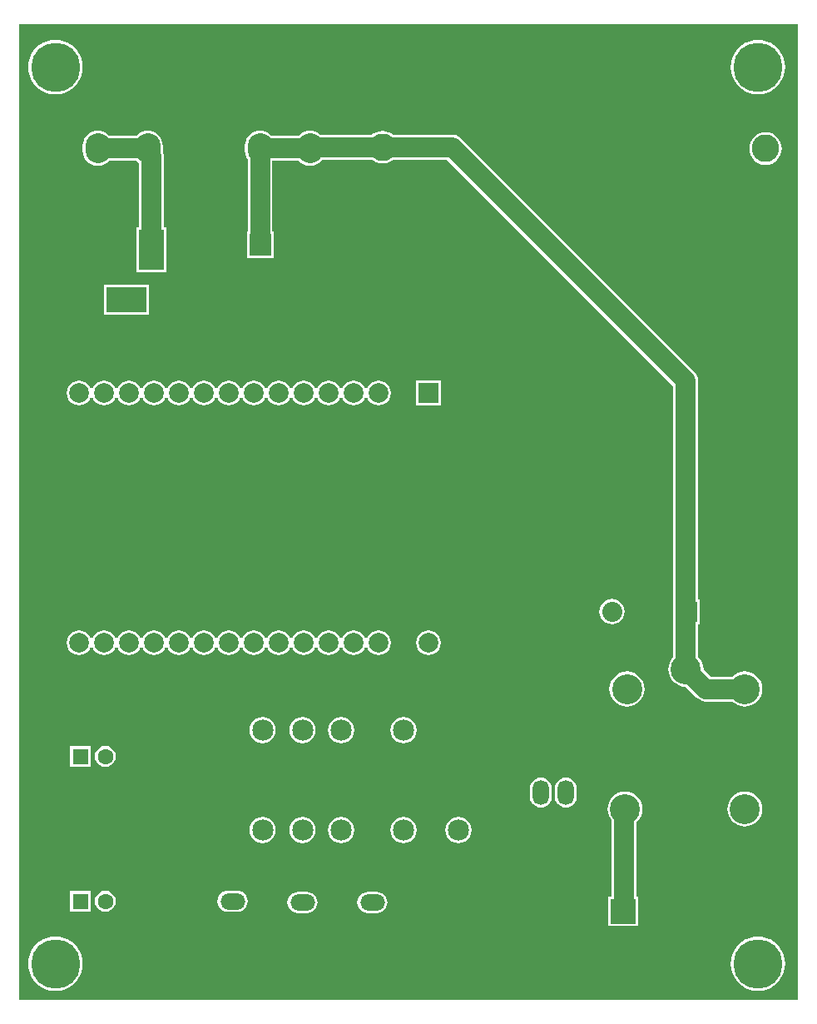
<source format=gbl>
G04*
G04 #@! TF.GenerationSoftware,Altium Limited,Altium Designer,19.1.5 (86)*
G04*
G04 Layer_Physical_Order=2*
G04 Layer_Color=16711680*
%FSTAX24Y24*%
%MOIN*%
G70*
G01*
G75*
%ADD39C,0.0630*%
%ADD40R,0.0630X0.0630*%
%ADD41C,0.1200*%
%ADD42R,0.0787X0.0787*%
%ADD43C,0.0787*%
%ADD44C,0.1969*%
%ADD45C,0.0850*%
%ADD46C,0.0866*%
%ADD47R,0.0866X0.0866*%
%ADD48O,0.1000X0.1200*%
%ADD49R,0.1600X0.1000*%
%ADD50R,0.1000X0.1600*%
%ADD51C,0.1100*%
%ADD52R,0.0984X0.0984*%
%ADD53R,0.0800X0.0800*%
%ADD54C,0.0800*%
%ADD55O,0.0660X0.1000*%
%ADD56R,0.1000X0.0650*%
%ADD57O,0.1000X0.0650*%
%ADD58C,0.0787*%
G36*
X041334Y010462D02*
X010162D01*
Y049508D01*
X041334D01*
X041334Y010462D01*
D02*
G37*
%LPC*%
G36*
X03975Y048888D02*
X03958Y048874D01*
X039414Y048834D01*
X039256Y048769D01*
X039111Y04868D01*
X038981Y048569D01*
X03887Y048439D01*
X038781Y048294D01*
X038716Y048136D01*
X038676Y04797D01*
X038662Y0478D01*
X038676Y04763D01*
X038716Y047464D01*
X038781Y047306D01*
X03887Y047161D01*
X038981Y047031D01*
X039111Y04692D01*
X039256Y046831D01*
X039414Y046766D01*
X03958Y046726D01*
X03975Y046712D01*
X03992Y046726D01*
X040086Y046766D01*
X040244Y046831D01*
X040389Y04692D01*
X040519Y047031D01*
X04063Y047161D01*
X040719Y047306D01*
X040784Y047464D01*
X040824Y04763D01*
X040838Y0478D01*
X040824Y04797D01*
X040784Y048136D01*
X040719Y048294D01*
X04063Y048439D01*
X040519Y048569D01*
X040389Y04868D01*
X040244Y048769D01*
X040086Y048834D01*
X03992Y048874D01*
X03975Y048888D01*
D02*
G37*
G36*
X0116D02*
X01143Y048874D01*
X011264Y048834D01*
X011106Y048769D01*
X010961Y04868D01*
X010831Y048569D01*
X01072Y048439D01*
X010631Y048294D01*
X010566Y048136D01*
X010526Y04797D01*
X010512Y0478D01*
X010526Y04763D01*
X010566Y047464D01*
X010631Y047306D01*
X01072Y047161D01*
X010831Y047031D01*
X010961Y04692D01*
X011106Y046831D01*
X011264Y046766D01*
X01143Y046726D01*
X0116Y046712D01*
X01177Y046726D01*
X011936Y046766D01*
X012094Y046831D01*
X012239Y04692D01*
X012369Y047031D01*
X01248Y047161D01*
X012569Y047306D01*
X012634Y047464D01*
X012674Y04763D01*
X012688Y0478D01*
X012674Y04797D01*
X012634Y048136D01*
X012569Y048294D01*
X01248Y048439D01*
X012369Y048569D01*
X012239Y04868D01*
X012094Y048769D01*
X011936Y048834D01*
X01177Y048874D01*
X0116Y048888D01*
D02*
G37*
G36*
X0218Y045253D02*
X021682Y045241D01*
X021569Y045207D01*
X021465Y045151D01*
X021374Y045076D01*
X02135Y045048D01*
X02025D01*
X020226Y045076D01*
X020135Y045151D01*
X020031Y045207D01*
X019918Y045241D01*
X0198Y045253D01*
X019682Y045241D01*
X019569Y045207D01*
X019465Y045151D01*
X019374Y045076D01*
X019299Y044985D01*
X019243Y044881D01*
X019209Y044768D01*
X019197Y04465D01*
Y04445D01*
X019209Y044332D01*
X019243Y044219D01*
X019299Y044115D01*
X019302Y044111D01*
Y041233D01*
X019267D01*
Y040167D01*
X020333D01*
Y041233D01*
X020298D01*
Y044052D01*
X02135D01*
X021374Y044024D01*
X021465Y043949D01*
X021569Y043893D01*
X021682Y043859D01*
X0218Y043847D01*
X021918Y043859D01*
X022031Y043893D01*
X022135Y043949D01*
X022226Y044024D01*
X022268Y044074D01*
X024319D01*
X024347Y044052D01*
X02446Y043991D01*
X024582Y043954D01*
X02471Y043942D01*
X024837Y043954D01*
X02496Y043991D01*
X025073Y044052D01*
X025128Y044097D01*
X027299D01*
X036364Y035032D01*
Y024184D01*
X036277Y024078D01*
X036212Y023957D01*
X036172Y023825D01*
X036159Y023687D01*
X036172Y02355D01*
X036212Y023418D01*
X036277Y023297D01*
X036365Y02319D01*
X036471Y023103D01*
X036593Y023038D01*
X036725Y022998D01*
X036861Y022984D01*
X037297Y022548D01*
X037297Y022548D01*
X037401Y022469D01*
X037521Y022419D01*
X03765Y022402D01*
X03765Y022402D01*
X038728D01*
X038834Y022315D01*
X038955Y02225D01*
X039087Y02221D01*
X039224Y022197D01*
X039362Y02221D01*
X039494Y02225D01*
X039615Y022315D01*
X039722Y022403D01*
X039809Y022509D01*
X039874Y022631D01*
X039914Y022763D01*
X039928Y0229D01*
X039914Y023037D01*
X039874Y023169D01*
X039809Y023291D01*
X039722Y023397D01*
X039615Y023485D01*
X039494Y02355D01*
X039362Y02359D01*
X039224Y023603D01*
X039087Y02359D01*
X038955Y02355D01*
X038834Y023485D01*
X038728Y023398D01*
X037856D01*
X037566Y023688D01*
X037552Y023825D01*
X037512Y023957D01*
X037447Y024078D01*
X03736Y024184D01*
Y0255D01*
X0374D01*
Y0265D01*
X03736D01*
Y035238D01*
X037343Y035367D01*
X037293Y035487D01*
X037214Y03559D01*
X037214Y03559D01*
X027857Y044947D01*
X027754Y045026D01*
X027634Y045076D01*
X027505Y045093D01*
X027505Y045093D01*
X025128D01*
X025073Y045138D01*
X02496Y045198D01*
X024837Y045235D01*
X02471Y045248D01*
X024582Y045235D01*
X02446Y045198D01*
X024347Y045138D01*
X024265Y04507D01*
X022231D01*
X022226Y045076D01*
X022135Y045151D01*
X022031Y045207D01*
X021918Y045241D01*
X0218Y045253D01*
D02*
G37*
G36*
X0153D02*
X015182Y045241D01*
X015069Y045207D01*
X014965Y045151D01*
X014874Y045076D01*
X01485Y045048D01*
X01375D01*
X013726Y045076D01*
X013635Y045151D01*
X013531Y045207D01*
X013418Y045241D01*
X0133Y045253D01*
X013182Y045241D01*
X013069Y045207D01*
X012965Y045151D01*
X012874Y045076D01*
X012799Y044985D01*
X012743Y044881D01*
X012709Y044768D01*
X012697Y04465D01*
Y04445D01*
X012709Y044332D01*
X012743Y044219D01*
X012799Y044115D01*
X012874Y044024D01*
X012965Y043949D01*
X013069Y043893D01*
X013182Y043859D01*
X0133Y043847D01*
X013418Y043859D01*
X013531Y043893D01*
X013635Y043949D01*
X013726Y044024D01*
X01375Y044052D01*
X01485D01*
X014874Y044024D01*
X014952Y043959D01*
Y0414D01*
X01485D01*
Y0396D01*
X01605D01*
Y0414D01*
X015948D01*
Y044242D01*
X015948Y044242D01*
X015931Y044371D01*
X015902Y044441D01*
X015903Y04445D01*
Y04465D01*
X015891Y044768D01*
X015857Y044881D01*
X015801Y044985D01*
X015726Y045076D01*
X015635Y045151D01*
X015531Y045207D01*
X015418Y045241D01*
X0153Y045253D01*
D02*
G37*
G36*
X040054Y045189D02*
X039927Y045176D01*
X039804Y045139D01*
X039691Y045079D01*
X039592Y044998D01*
X039511Y044899D01*
X039451Y044786D01*
X039414Y044663D01*
X039401Y044536D01*
X039414Y044408D01*
X039451Y044286D01*
X039511Y044173D01*
X039592Y044074D01*
X039691Y043993D01*
X039804Y043932D01*
X039927Y043895D01*
X040054Y043883D01*
X040182Y043895D01*
X040304Y043932D01*
X040417Y043993D01*
X040516Y044074D01*
X040597Y044173D01*
X040658Y044286D01*
X040695Y044408D01*
X040707Y044536D01*
X040695Y044663D01*
X040658Y044786D01*
X040597Y044899D01*
X040516Y044998D01*
X040417Y045079D01*
X040304Y045139D01*
X040182Y045176D01*
X040054Y045189D01*
D02*
G37*
G36*
X01535Y0391D02*
X01355D01*
Y0379D01*
X01535D01*
Y0391D01*
D02*
G37*
G36*
X02455Y035248D02*
X024421Y035231D01*
X024301Y035181D01*
X024198Y035102D01*
X024119Y034999D01*
X024104Y034964D01*
X023996D01*
X023981Y034999D01*
X023902Y035102D01*
X023799Y035181D01*
X023679Y035231D01*
X02355Y035248D01*
X023421Y035231D01*
X023301Y035181D01*
X023198Y035102D01*
X023119Y034999D01*
X023104Y034964D01*
X022996D01*
X022981Y034999D01*
X022902Y035102D01*
X022799Y035181D01*
X022679Y035231D01*
X02255Y035248D01*
X022421Y035231D01*
X022301Y035181D01*
X022198Y035102D01*
X022119Y034999D01*
X022104Y034964D01*
X021996D01*
X021981Y034999D01*
X021902Y035102D01*
X021799Y035181D01*
X021679Y035231D01*
X02155Y035248D01*
X021421Y035231D01*
X021301Y035181D01*
X021198Y035102D01*
X021119Y034999D01*
X021104Y034964D01*
X020996D01*
X020981Y034999D01*
X020902Y035102D01*
X020799Y035181D01*
X020679Y035231D01*
X02055Y035248D01*
X020421Y035231D01*
X020301Y035181D01*
X020198Y035102D01*
X020119Y034999D01*
X020104Y034964D01*
X019996D01*
X019981Y034999D01*
X019902Y035102D01*
X019799Y035181D01*
X019679Y035231D01*
X01955Y035248D01*
X019421Y035231D01*
X019301Y035181D01*
X019198Y035102D01*
X019119Y034999D01*
X019104Y034964D01*
X018996D01*
X018981Y034999D01*
X018902Y035102D01*
X018799Y035181D01*
X018679Y035231D01*
X01855Y035248D01*
X018421Y035231D01*
X018301Y035181D01*
X018198Y035102D01*
X018119Y034999D01*
X018104Y034964D01*
X017996D01*
X017981Y034999D01*
X017902Y035102D01*
X017799Y035181D01*
X017679Y035231D01*
X01755Y035248D01*
X017421Y035231D01*
X017301Y035181D01*
X017198Y035102D01*
X017119Y034999D01*
X017104Y034964D01*
X016996D01*
X016981Y034999D01*
X016902Y035102D01*
X016799Y035181D01*
X016679Y035231D01*
X01655Y035248D01*
X016421Y035231D01*
X016301Y035181D01*
X016198Y035102D01*
X016119Y034999D01*
X016104Y034964D01*
X015996D01*
X015981Y034999D01*
X015902Y035102D01*
X015799Y035181D01*
X015679Y035231D01*
X01555Y035248D01*
X015421Y035231D01*
X015301Y035181D01*
X015198Y035102D01*
X015119Y034999D01*
X015104Y034964D01*
X014996D01*
X014981Y034999D01*
X014902Y035102D01*
X014799Y035181D01*
X014679Y035231D01*
X01455Y035248D01*
X014421Y035231D01*
X014301Y035181D01*
X014198Y035102D01*
X014119Y034999D01*
X014104Y034964D01*
X013996D01*
X013981Y034999D01*
X013902Y035102D01*
X013799Y035181D01*
X013679Y035231D01*
X01355Y035248D01*
X013421Y035231D01*
X013301Y035181D01*
X013198Y035102D01*
X013119Y034999D01*
X013104Y034964D01*
X012996D01*
X012981Y034999D01*
X012902Y035102D01*
X012799Y035181D01*
X012679Y035231D01*
X01255Y035248D01*
X012421Y035231D01*
X012301Y035181D01*
X012198Y035102D01*
X012119Y034999D01*
X012069Y034879D01*
X012052Y03475D01*
X012069Y034621D01*
X012119Y034501D01*
X012198Y034398D01*
X012301Y034319D01*
X012421Y034269D01*
X01255Y034252D01*
X012679Y034269D01*
X012799Y034319D01*
X012902Y034398D01*
X012981Y034501D01*
X012996Y034536D01*
X013104D01*
X013119Y034501D01*
X013198Y034398D01*
X013301Y034319D01*
X013421Y034269D01*
X01355Y034252D01*
X013679Y034269D01*
X013799Y034319D01*
X013902Y034398D01*
X013981Y034501D01*
X013996Y034536D01*
X014104D01*
X014119Y034501D01*
X014198Y034398D01*
X014301Y034319D01*
X014421Y034269D01*
X01455Y034252D01*
X014679Y034269D01*
X014799Y034319D01*
X014902Y034398D01*
X014981Y034501D01*
X014996Y034536D01*
X015104D01*
X015119Y034501D01*
X015198Y034398D01*
X015301Y034319D01*
X015421Y034269D01*
X01555Y034252D01*
X015679Y034269D01*
X015799Y034319D01*
X015902Y034398D01*
X015981Y034501D01*
X015996Y034536D01*
X016104D01*
X016119Y034501D01*
X016198Y034398D01*
X016301Y034319D01*
X016421Y034269D01*
X01655Y034252D01*
X016679Y034269D01*
X016799Y034319D01*
X016902Y034398D01*
X016981Y034501D01*
X016996Y034536D01*
X017104D01*
X017119Y034501D01*
X017198Y034398D01*
X017301Y034319D01*
X017421Y034269D01*
X01755Y034252D01*
X017679Y034269D01*
X017799Y034319D01*
X017902Y034398D01*
X017981Y034501D01*
X017996Y034536D01*
X018104D01*
X018119Y034501D01*
X018198Y034398D01*
X018301Y034319D01*
X018421Y034269D01*
X01855Y034252D01*
X018679Y034269D01*
X018799Y034319D01*
X018902Y034398D01*
X018981Y034501D01*
X018996Y034536D01*
X019104D01*
X019119Y034501D01*
X019198Y034398D01*
X019301Y034319D01*
X019421Y034269D01*
X01955Y034252D01*
X019679Y034269D01*
X019799Y034319D01*
X019902Y034398D01*
X019981Y034501D01*
X019996Y034536D01*
X020104D01*
X020119Y034501D01*
X020198Y034398D01*
X020301Y034319D01*
X020421Y034269D01*
X02055Y034252D01*
X020679Y034269D01*
X020799Y034319D01*
X020902Y034398D01*
X020981Y034501D01*
X020996Y034536D01*
X021104D01*
X021119Y034501D01*
X021198Y034398D01*
X021301Y034319D01*
X021421Y034269D01*
X02155Y034252D01*
X021679Y034269D01*
X021799Y034319D01*
X021902Y034398D01*
X021981Y034501D01*
X021996Y034536D01*
X022104D01*
X022119Y034501D01*
X022198Y034398D01*
X022301Y034319D01*
X022421Y034269D01*
X02255Y034252D01*
X022679Y034269D01*
X022799Y034319D01*
X022902Y034398D01*
X022981Y034501D01*
X022996Y034536D01*
X023104D01*
X023119Y034501D01*
X023198Y034398D01*
X023301Y034319D01*
X023421Y034269D01*
X02355Y034252D01*
X023679Y034269D01*
X023799Y034319D01*
X023902Y034398D01*
X023981Y034501D01*
X023996Y034536D01*
X024104D01*
X024119Y034501D01*
X024198Y034398D01*
X024301Y034319D01*
X024421Y034269D01*
X02455Y034252D01*
X024679Y034269D01*
X024799Y034319D01*
X024902Y034398D01*
X024981Y034501D01*
X025031Y034621D01*
X025048Y03475D01*
X025031Y034879D01*
X024981Y034999D01*
X024902Y035102D01*
X024799Y035181D01*
X024679Y035231D01*
X02455Y035248D01*
D02*
G37*
G36*
X027044Y035244D02*
X026056D01*
Y034256D01*
X027044D01*
Y035244D01*
D02*
G37*
G36*
X0339Y026504D02*
X033769Y026487D01*
X033648Y026437D01*
X033543Y026357D01*
X033463Y026252D01*
X033413Y026131D01*
X033396Y026D01*
X033413Y025869D01*
X033463Y025748D01*
X033543Y025643D01*
X033648Y025563D01*
X033769Y025513D01*
X0339Y025496D01*
X034031Y025513D01*
X034152Y025563D01*
X034257Y025643D01*
X034337Y025748D01*
X034387Y025869D01*
X034404Y026D01*
X034387Y026131D01*
X034337Y026252D01*
X034257Y026357D01*
X034152Y026437D01*
X034031Y026487D01*
X0339Y026504D01*
D02*
G37*
G36*
X02455Y025248D02*
X024421Y025231D01*
X024301Y025181D01*
X024198Y025102D01*
X024119Y024999D01*
X024104Y024964D01*
X023996D01*
X023981Y024999D01*
X023902Y025102D01*
X023799Y025181D01*
X023679Y025231D01*
X02355Y025248D01*
X023421Y025231D01*
X023301Y025181D01*
X023198Y025102D01*
X023119Y024999D01*
X023104Y024964D01*
X022996D01*
X022981Y024999D01*
X022902Y025102D01*
X022799Y025181D01*
X022679Y025231D01*
X02255Y025248D01*
X022421Y025231D01*
X022301Y025181D01*
X022198Y025102D01*
X022119Y024999D01*
X022104Y024964D01*
X021996D01*
X021981Y024999D01*
X021902Y025102D01*
X021799Y025181D01*
X021679Y025231D01*
X02155Y025248D01*
X021421Y025231D01*
X021301Y025181D01*
X021198Y025102D01*
X021119Y024999D01*
X021104Y024964D01*
X020996D01*
X020981Y024999D01*
X020902Y025102D01*
X020799Y025181D01*
X020679Y025231D01*
X02055Y025248D01*
X020421Y025231D01*
X020301Y025181D01*
X020198Y025102D01*
X020119Y024999D01*
X020104Y024964D01*
X019996D01*
X019981Y024999D01*
X019902Y025102D01*
X019799Y025181D01*
X019679Y025231D01*
X01955Y025248D01*
X019421Y025231D01*
X019301Y025181D01*
X019198Y025102D01*
X019119Y024999D01*
X019104Y024964D01*
X018996D01*
X018981Y024999D01*
X018902Y025102D01*
X018799Y025181D01*
X018679Y025231D01*
X01855Y025248D01*
X018421Y025231D01*
X018301Y025181D01*
X018198Y025102D01*
X018119Y024999D01*
X018104Y024964D01*
X017996D01*
X017981Y024999D01*
X017902Y025102D01*
X017799Y025181D01*
X017679Y025231D01*
X01755Y025248D01*
X017421Y025231D01*
X017301Y025181D01*
X017198Y025102D01*
X017119Y024999D01*
X017104Y024964D01*
X016996D01*
X016981Y024999D01*
X016902Y025102D01*
X016799Y025181D01*
X016679Y025231D01*
X01655Y025248D01*
X016421Y025231D01*
X016301Y025181D01*
X016198Y025102D01*
X016119Y024999D01*
X016104Y024964D01*
X015996D01*
X015981Y024999D01*
X015902Y025102D01*
X015799Y025181D01*
X015679Y025231D01*
X01555Y025248D01*
X015421Y025231D01*
X015301Y025181D01*
X015198Y025102D01*
X015119Y024999D01*
X015104Y024964D01*
X014996D01*
X014981Y024999D01*
X014902Y025102D01*
X014799Y025181D01*
X014679Y025231D01*
X01455Y025248D01*
X014421Y025231D01*
X014301Y025181D01*
X014198Y025102D01*
X014119Y024999D01*
X014104Y024964D01*
X013996D01*
X013981Y024999D01*
X013902Y025102D01*
X013799Y025181D01*
X013679Y025231D01*
X01355Y025248D01*
X013421Y025231D01*
X013301Y025181D01*
X013198Y025102D01*
X013119Y024999D01*
X013104Y024964D01*
X012996D01*
X012981Y024999D01*
X012902Y025102D01*
X012799Y025181D01*
X012679Y025231D01*
X01255Y025248D01*
X012421Y025231D01*
X012301Y025181D01*
X012198Y025102D01*
X012119Y024999D01*
X012069Y024879D01*
X012052Y02475D01*
X012069Y024621D01*
X012119Y024501D01*
X012198Y024398D01*
X012301Y024319D01*
X012421Y024269D01*
X01255Y024252D01*
X012679Y024269D01*
X012799Y024319D01*
X012902Y024398D01*
X012981Y024501D01*
X012996Y024536D01*
X013104D01*
X013119Y024501D01*
X013198Y024398D01*
X013301Y024319D01*
X013421Y024269D01*
X01355Y024252D01*
X013679Y024269D01*
X013799Y024319D01*
X013902Y024398D01*
X013981Y024501D01*
X013996Y024536D01*
X014104D01*
X014119Y024501D01*
X014198Y024398D01*
X014301Y024319D01*
X014421Y024269D01*
X01455Y024252D01*
X014679Y024269D01*
X014799Y024319D01*
X014902Y024398D01*
X014981Y024501D01*
X014996Y024536D01*
X015104D01*
X015119Y024501D01*
X015198Y024398D01*
X015301Y024319D01*
X015421Y024269D01*
X01555Y024252D01*
X015679Y024269D01*
X015799Y024319D01*
X015902Y024398D01*
X015981Y024501D01*
X015996Y024536D01*
X016104D01*
X016119Y024501D01*
X016198Y024398D01*
X016301Y024319D01*
X016421Y024269D01*
X01655Y024252D01*
X016679Y024269D01*
X016799Y024319D01*
X016902Y024398D01*
X016981Y024501D01*
X016996Y024536D01*
X017104D01*
X017119Y024501D01*
X017198Y024398D01*
X017301Y024319D01*
X017421Y024269D01*
X01755Y024252D01*
X017679Y024269D01*
X017799Y024319D01*
X017902Y024398D01*
X017981Y024501D01*
X017996Y024536D01*
X018104D01*
X018119Y024501D01*
X018198Y024398D01*
X018301Y024319D01*
X018421Y024269D01*
X01855Y024252D01*
X018679Y024269D01*
X018799Y024319D01*
X018902Y024398D01*
X018981Y024501D01*
X018996Y024536D01*
X019104D01*
X019119Y024501D01*
X019198Y024398D01*
X019301Y024319D01*
X019421Y024269D01*
X01955Y024252D01*
X019679Y024269D01*
X019799Y024319D01*
X019902Y024398D01*
X019981Y024501D01*
X019996Y024536D01*
X020104D01*
X020119Y024501D01*
X020198Y024398D01*
X020301Y024319D01*
X020421Y024269D01*
X02055Y024252D01*
X020679Y024269D01*
X020799Y024319D01*
X020902Y024398D01*
X020981Y024501D01*
X020996Y024536D01*
X021104D01*
X021119Y024501D01*
X021198Y024398D01*
X021301Y024319D01*
X021421Y024269D01*
X02155Y024252D01*
X021679Y024269D01*
X021799Y024319D01*
X021902Y024398D01*
X021981Y024501D01*
X021996Y024536D01*
X022104D01*
X022119Y024501D01*
X022198Y024398D01*
X022301Y024319D01*
X022421Y024269D01*
X02255Y024252D01*
X022679Y024269D01*
X022799Y024319D01*
X022902Y024398D01*
X022981Y024501D01*
X022996Y024536D01*
X023104D01*
X023119Y024501D01*
X023198Y024398D01*
X023301Y024319D01*
X023421Y024269D01*
X02355Y024252D01*
X023679Y024269D01*
X023799Y024319D01*
X023902Y024398D01*
X023981Y024501D01*
X023996Y024536D01*
X024104D01*
X024119Y024501D01*
X024198Y024398D01*
X024301Y024319D01*
X024421Y024269D01*
X02455Y024252D01*
X024679Y024269D01*
X024799Y024319D01*
X024902Y024398D01*
X024981Y024501D01*
X025031Y024621D01*
X025048Y02475D01*
X025031Y024879D01*
X024981Y024999D01*
X024902Y025102D01*
X024799Y025181D01*
X024679Y025231D01*
X02455Y025248D01*
D02*
G37*
G36*
X02655D02*
X026421Y025231D01*
X026301Y025181D01*
X026198Y025102D01*
X026119Y024999D01*
X026069Y024879D01*
X026052Y02475D01*
X026069Y024621D01*
X026119Y024501D01*
X026198Y024398D01*
X026301Y024319D01*
X026421Y024269D01*
X02655Y024252D01*
X026679Y024269D01*
X026799Y024319D01*
X026902Y024398D01*
X026981Y024501D01*
X027031Y024621D01*
X027048Y02475D01*
X027031Y024879D01*
X026981Y024999D01*
X026902Y025102D01*
X026799Y025181D01*
X026679Y025231D01*
X02655Y025248D01*
D02*
G37*
G36*
X0345Y023603D02*
X034363Y02359D01*
X034231Y02355D01*
X034109Y023485D01*
X034003Y023397D01*
X033915Y023291D01*
X03385Y023169D01*
X03381Y023037D01*
X033797Y0229D01*
X03381Y022763D01*
X03385Y022631D01*
X033915Y022509D01*
X034003Y022403D01*
X034109Y022315D01*
X034231Y02225D01*
X034363Y02221D01*
X0345Y022197D01*
X034637Y02221D01*
X034769Y02225D01*
X034891Y022315D01*
X034997Y022403D01*
X035085Y022509D01*
X03515Y022631D01*
X03519Y022763D01*
X035203Y0229D01*
X03519Y023037D01*
X03515Y023169D01*
X035085Y023291D01*
X034997Y023397D01*
X034891Y023485D01*
X034769Y02355D01*
X034637Y02359D01*
X0345Y023603D01*
D02*
G37*
G36*
X02555Y02178D02*
X025413Y021761D01*
X025285Y021709D01*
X025176Y021624D01*
X025092Y021515D01*
X025039Y021387D01*
X025021Y02125D01*
X025039Y021113D01*
X025092Y020985D01*
X025176Y020876D01*
X025285Y020791D01*
X025413Y020739D01*
X02555Y02072D01*
X025687Y020739D01*
X025815Y020791D01*
X025925Y020876D01*
X026009Y020985D01*
X026062Y021113D01*
X02608Y02125D01*
X026062Y021387D01*
X026009Y021515D01*
X025925Y021624D01*
X025815Y021709D01*
X025687Y021761D01*
X02555Y02178D01*
D02*
G37*
G36*
X02305D02*
X022913Y021761D01*
X022785Y021709D01*
X022676Y021624D01*
X022591Y021515D01*
X022539Y021387D01*
X02252Y02125D01*
X022539Y021113D01*
X022591Y020985D01*
X022676Y020876D01*
X022785Y020791D01*
X022913Y020739D01*
X02305Y02072D01*
X023187Y020739D01*
X023315Y020791D01*
X023424Y020876D01*
X023509Y020985D01*
X023561Y021113D01*
X02358Y02125D01*
X023561Y021387D01*
X023509Y021515D01*
X023424Y021624D01*
X023315Y021709D01*
X023187Y021761D01*
X02305Y02178D01*
D02*
G37*
G36*
X0215D02*
X021363Y021761D01*
X021235Y021709D01*
X021126Y021624D01*
X021041Y021515D01*
X020989Y021387D01*
X02097Y02125D01*
X020989Y021113D01*
X021041Y020985D01*
X021126Y020876D01*
X021235Y020791D01*
X021363Y020739D01*
X0215Y02072D01*
X021637Y020739D01*
X021765Y020791D01*
X021874Y020876D01*
X021959Y020985D01*
X022011Y021113D01*
X02203Y02125D01*
X022011Y021387D01*
X021959Y021515D01*
X021874Y021624D01*
X021765Y021709D01*
X021637Y021761D01*
X0215Y02178D01*
D02*
G37*
G36*
X0199D02*
X019763Y021761D01*
X019635Y021709D01*
X019526Y021624D01*
X019441Y021515D01*
X019389Y021387D01*
X01937Y02125D01*
X019389Y021113D01*
X019441Y020985D01*
X019526Y020876D01*
X019635Y020791D01*
X019763Y020739D01*
X0199Y02072D01*
X020037Y020739D01*
X020165Y020791D01*
X020274Y020876D01*
X020359Y020985D01*
X020411Y021113D01*
X02043Y02125D01*
X020411Y021387D01*
X020359Y021515D01*
X020274Y021624D01*
X020165Y021709D01*
X020037Y021761D01*
X0199Y02178D01*
D02*
G37*
G36*
X013015Y020615D02*
X012185D01*
Y019785D01*
X013015D01*
Y020615D01*
D02*
G37*
G36*
X0136Y020619D02*
X013492Y020604D01*
X013391Y020562D01*
X013304Y020496D01*
X013238Y020409D01*
X013196Y020308D01*
X013181Y0202D01*
X013196Y020092D01*
X013238Y019991D01*
X013304Y019904D01*
X013391Y019838D01*
X013492Y019796D01*
X0136Y019781D01*
X013708Y019796D01*
X013809Y019838D01*
X013896Y019904D01*
X013962Y019991D01*
X014004Y020092D01*
X014019Y0202D01*
X014004Y020308D01*
X013962Y020409D01*
X013896Y020496D01*
X013809Y020562D01*
X013708Y020604D01*
X0136Y020619D01*
D02*
G37*
G36*
X03205Y019354D02*
X031938Y019339D01*
X031833Y019296D01*
X031743Y019227D01*
X031674Y019137D01*
X031631Y019032D01*
X031616Y01892D01*
Y01858D01*
X031631Y018468D01*
X031674Y018363D01*
X031743Y018273D01*
X031833Y018204D01*
X031938Y018161D01*
X03205Y018146D01*
X032162Y018161D01*
X032267Y018204D01*
X032357Y018273D01*
X032426Y018363D01*
X032469Y018468D01*
X032484Y01858D01*
Y01892D01*
X032469Y019032D01*
X032426Y019137D01*
X032357Y019227D01*
X032267Y019296D01*
X032162Y019339D01*
X03205Y019354D01*
D02*
G37*
G36*
X03105D02*
X030938Y019339D01*
X030833Y019296D01*
X030743Y019227D01*
X030674Y019137D01*
X030631Y019032D01*
X030616Y01892D01*
Y01858D01*
X030631Y018468D01*
X030674Y018363D01*
X030743Y018273D01*
X030833Y018204D01*
X030938Y018161D01*
X03105Y018146D01*
X031162Y018161D01*
X031267Y018204D01*
X031357Y018273D01*
X031426Y018363D01*
X031469Y018468D01*
X031484Y01858D01*
Y01892D01*
X031469Y019032D01*
X031426Y019137D01*
X031357Y019227D01*
X031267Y019296D01*
X031162Y019339D01*
X03105Y019354D01*
D02*
G37*
G36*
X039224Y0188D02*
X039087Y018787D01*
X038955Y018747D01*
X038834Y018682D01*
X038727Y018594D01*
X03864Y018488D01*
X038575Y018366D01*
X038535Y018234D01*
X038521Y018097D01*
X038535Y01796D01*
X038575Y017828D01*
X03864Y017706D01*
X038727Y017599D01*
X038834Y017512D01*
X038955Y017447D01*
X039087Y017407D01*
X039224Y017393D01*
X039362Y017407D01*
X039494Y017447D01*
X039615Y017512D01*
X039722Y017599D01*
X039809Y017706D01*
X039874Y017828D01*
X039914Y01796D01*
X039928Y018097D01*
X039914Y018234D01*
X039874Y018366D01*
X039809Y018488D01*
X039722Y018594D01*
X039615Y018682D01*
X039494Y018747D01*
X039362Y018787D01*
X039224Y0188D01*
D02*
G37*
G36*
X02775Y01778D02*
X027613Y017761D01*
X027485Y017709D01*
X027376Y017624D01*
X027291Y017515D01*
X027239Y017387D01*
X02722Y01725D01*
X027239Y017113D01*
X027291Y016985D01*
X027376Y016876D01*
X027485Y016791D01*
X027613Y016739D01*
X02775Y01672D01*
X027887Y016739D01*
X028015Y016791D01*
X028124Y016876D01*
X028209Y016985D01*
X028261Y017113D01*
X02828Y01725D01*
X028261Y017387D01*
X028209Y017515D01*
X028124Y017624D01*
X028015Y017709D01*
X027887Y017761D01*
X02775Y01778D01*
D02*
G37*
G36*
X02555D02*
X025413Y017761D01*
X025285Y017709D01*
X025176Y017624D01*
X025092Y017515D01*
X025039Y017387D01*
X025021Y01725D01*
X025039Y017113D01*
X025092Y016985D01*
X025176Y016876D01*
X025285Y016791D01*
X025413Y016739D01*
X02555Y01672D01*
X025687Y016739D01*
X025815Y016791D01*
X025925Y016876D01*
X026009Y016985D01*
X026062Y017113D01*
X02608Y01725D01*
X026062Y017387D01*
X026009Y017515D01*
X025925Y017624D01*
X025815Y017709D01*
X025687Y017761D01*
X02555Y01778D01*
D02*
G37*
G36*
X02305D02*
X022913Y017761D01*
X022785Y017709D01*
X022676Y017624D01*
X022591Y017515D01*
X022539Y017387D01*
X02252Y01725D01*
X022539Y017113D01*
X022591Y016985D01*
X022676Y016876D01*
X022785Y016791D01*
X022913Y016739D01*
X02305Y01672D01*
X023187Y016739D01*
X023315Y016791D01*
X023424Y016876D01*
X023509Y016985D01*
X023561Y017113D01*
X02358Y01725D01*
X023561Y017387D01*
X023509Y017515D01*
X023424Y017624D01*
X023315Y017709D01*
X023187Y017761D01*
X02305Y01778D01*
D02*
G37*
G36*
X0215D02*
X021363Y017761D01*
X021235Y017709D01*
X021126Y017624D01*
X021041Y017515D01*
X020989Y017387D01*
X02097Y01725D01*
X020989Y017113D01*
X021041Y016985D01*
X021126Y016876D01*
X021235Y016791D01*
X021363Y016739D01*
X0215Y01672D01*
X021637Y016739D01*
X021765Y016791D01*
X021874Y016876D01*
X021959Y016985D01*
X022011Y017113D01*
X02203Y01725D01*
X022011Y017387D01*
X021959Y017515D01*
X021874Y017624D01*
X021765Y017709D01*
X021637Y017761D01*
X0215Y01778D01*
D02*
G37*
G36*
X0199D02*
X019763Y017761D01*
X019635Y017709D01*
X019526Y017624D01*
X019441Y017515D01*
X019389Y017387D01*
X01937Y01725D01*
X019389Y017113D01*
X019441Y016985D01*
X019526Y016876D01*
X019635Y016791D01*
X019763Y016739D01*
X0199Y01672D01*
X020037Y016739D01*
X020165Y016791D01*
X020274Y016876D01*
X020359Y016985D01*
X020411Y017113D01*
X02043Y01725D01*
X020411Y017387D01*
X020359Y017515D01*
X020274Y017624D01*
X020165Y017709D01*
X020037Y017761D01*
X0199Y01778D01*
D02*
G37*
G36*
X013015Y014815D02*
X012185D01*
Y013985D01*
X013015D01*
Y014815D01*
D02*
G37*
G36*
X0136Y014819D02*
X013492Y014804D01*
X013391Y014762D01*
X013304Y014696D01*
X013238Y014609D01*
X013196Y014508D01*
X013181Y0144D01*
X013196Y014292D01*
X013238Y014191D01*
X013304Y014104D01*
X013391Y014038D01*
X013492Y013996D01*
X0136Y013981D01*
X013708Y013996D01*
X013809Y014038D01*
X013896Y014104D01*
X013962Y014191D01*
X014004Y014292D01*
X014019Y0144D01*
X014004Y014508D01*
X013962Y014609D01*
X013896Y014696D01*
X013809Y014762D01*
X013708Y014804D01*
X0136Y014819D01*
D02*
G37*
G36*
X018875Y014829D02*
X018525D01*
X018414Y014814D01*
X018311Y014771D01*
X018222Y014703D01*
X018154Y014614D01*
X018111Y014511D01*
X018096Y0144D01*
X018111Y014289D01*
X018154Y014186D01*
X018222Y014097D01*
X018311Y014029D01*
X018414Y013986D01*
X018525Y013971D01*
X018875D01*
X018986Y013986D01*
X019089Y014029D01*
X019178Y014097D01*
X019246Y014186D01*
X019289Y014289D01*
X019304Y0144D01*
X019289Y014511D01*
X019246Y014614D01*
X019178Y014703D01*
X019089Y014771D01*
X018986Y014814D01*
X018875Y014829D01*
D02*
G37*
G36*
X024475Y014779D02*
X024125D01*
X024014Y014764D01*
X023911Y014721D01*
X023822Y014653D01*
X023754Y014564D01*
X023711Y014461D01*
X023696Y01435D01*
X023711Y014239D01*
X023754Y014136D01*
X023822Y014047D01*
X023911Y013979D01*
X024014Y013936D01*
X024125Y013921D01*
X024475D01*
X024586Y013936D01*
X024689Y013979D01*
X024778Y014047D01*
X024846Y014136D01*
X024889Y014239D01*
X024904Y01435D01*
X024889Y014461D01*
X024846Y014564D01*
X024778Y014653D01*
X024689Y014721D01*
X024586Y014764D01*
X024475Y014779D01*
D02*
G37*
G36*
X021675D02*
X021325D01*
X021214Y014764D01*
X021111Y014721D01*
X021022Y014653D01*
X020954Y014564D01*
X020911Y014461D01*
X020896Y01435D01*
X020911Y014239D01*
X020954Y014136D01*
X021022Y014047D01*
X021111Y013979D01*
X021214Y013936D01*
X021325Y013921D01*
X021675D01*
X021786Y013936D01*
X021889Y013979D01*
X021978Y014047D01*
X022046Y014136D01*
X022089Y014239D01*
X022104Y01435D01*
X022089Y014461D01*
X022046Y014564D01*
X021978Y014653D01*
X021889Y014721D01*
X021786Y014764D01*
X021675Y014779D01*
D02*
G37*
G36*
X034424Y0188D02*
X034287Y018787D01*
X034155Y018747D01*
X034034Y018682D01*
X033927Y018594D01*
X03384Y018488D01*
X033775Y018366D01*
X033735Y018234D01*
X033721Y018097D01*
X033735Y01796D01*
X033775Y017828D01*
X03384Y017706D01*
X033889Y017646D01*
Y014592D01*
X033758D01*
Y013408D01*
X034942D01*
Y014592D01*
X034885D01*
Y017569D01*
X034922Y017599D01*
X035009Y017706D01*
X035074Y017828D01*
X035114Y01796D01*
X035128Y018097D01*
X035114Y018234D01*
X035074Y018366D01*
X035009Y018488D01*
X034922Y018594D01*
X034815Y018682D01*
X034694Y018747D01*
X034562Y018787D01*
X034424Y0188D01*
D02*
G37*
G36*
X03975Y012988D02*
X03958Y012974D01*
X039414Y012934D01*
X039256Y012869D01*
X039111Y01278D01*
X038981Y012669D01*
X03887Y012539D01*
X038781Y012394D01*
X038716Y012236D01*
X038676Y01207D01*
X038662Y0119D01*
X038676Y01173D01*
X038716Y011564D01*
X038781Y011406D01*
X03887Y011261D01*
X038981Y011131D01*
X039111Y01102D01*
X039256Y010931D01*
X039414Y010866D01*
X03958Y010826D01*
X03975Y010812D01*
X03992Y010826D01*
X040086Y010866D01*
X040244Y010931D01*
X040389Y01102D01*
X040519Y011131D01*
X04063Y011261D01*
X040719Y011406D01*
X040784Y011564D01*
X040824Y01173D01*
X040838Y0119D01*
X040824Y01207D01*
X040784Y012236D01*
X040719Y012394D01*
X04063Y012539D01*
X040519Y012669D01*
X040389Y01278D01*
X040244Y012869D01*
X040086Y012934D01*
X03992Y012974D01*
X03975Y012988D01*
D02*
G37*
G36*
X0116D02*
X01143Y012974D01*
X011264Y012934D01*
X011106Y012869D01*
X010961Y01278D01*
X010831Y012669D01*
X01072Y012539D01*
X010631Y012394D01*
X010566Y012236D01*
X010526Y01207D01*
X010512Y0119D01*
X010526Y01173D01*
X010566Y011564D01*
X010631Y011406D01*
X01072Y011261D01*
X010831Y011131D01*
X010961Y01102D01*
X011106Y010931D01*
X011264Y010866D01*
X01143Y010826D01*
X0116Y010812D01*
X01177Y010826D01*
X011936Y010866D01*
X012094Y010931D01*
X012239Y01102D01*
X012369Y011131D01*
X01248Y011261D01*
X012569Y011406D01*
X012634Y011564D01*
X012674Y01173D01*
X012688Y0119D01*
X012674Y01207D01*
X012634Y012236D01*
X012569Y012394D01*
X01248Y012539D01*
X012369Y012669D01*
X012239Y01278D01*
X012094Y012869D01*
X011936Y012934D01*
X01177Y012974D01*
X0116Y012988D01*
D02*
G37*
%LPD*%
D39*
X0146Y0144D02*
D03*
X0136D02*
D03*
X0146Y0202D02*
D03*
X0136D02*
D03*
D40*
X0126Y0144D02*
D03*
Y0202D02*
D03*
D41*
X036862Y023687D02*
D03*
X039224Y018097D02*
D03*
X034424D02*
D03*
X039224Y0229D02*
D03*
X0345D02*
D03*
D42*
X02655Y03475D02*
D03*
D43*
X02555D02*
D03*
X02455D02*
D03*
X02355D02*
D03*
X02255D02*
D03*
X02155D02*
D03*
X02055D02*
D03*
X01955D02*
D03*
X01855D02*
D03*
X01755D02*
D03*
X01655D02*
D03*
X01555D02*
D03*
X01455D02*
D03*
X01355D02*
D03*
X01255D02*
D03*
X02655Y02475D02*
D03*
X02555D02*
D03*
X02455D02*
D03*
X02355D02*
D03*
X02255D02*
D03*
X02155D02*
D03*
X02055D02*
D03*
X01955D02*
D03*
X01855D02*
D03*
X01755D02*
D03*
X01655D02*
D03*
X01555D02*
D03*
X01455D02*
D03*
X01355D02*
D03*
X01255D02*
D03*
D44*
X03975Y0119D02*
D03*
Y0478D02*
D03*
X0116Y0119D02*
D03*
Y0478D02*
D03*
D45*
X0215Y01725D02*
D03*
Y02125D02*
D03*
X0199Y01725D02*
D03*
Y02125D02*
D03*
X02555D02*
D03*
Y01725D02*
D03*
X02775D02*
D03*
Y02125D02*
D03*
X02305Y01725D02*
D03*
Y02125D02*
D03*
D46*
X0198Y0387D02*
D03*
D47*
Y0407D02*
D03*
D48*
X0133Y04455D02*
D03*
X0218D02*
D03*
X0198D02*
D03*
X0153D02*
D03*
D49*
X01445Y0385D02*
D03*
D50*
X01295Y0405D02*
D03*
X01545D02*
D03*
D51*
X02471Y044595D02*
D03*
X040054Y044536D02*
D03*
Y037804D02*
D03*
X02473Y037794D02*
D03*
D52*
X03435Y014D02*
D03*
X03235D02*
D03*
D53*
X0369Y026D02*
D03*
D54*
X0339D02*
D03*
D55*
X03005Y01875D02*
D03*
X03105D02*
D03*
X03205D02*
D03*
D56*
X0243Y01335D02*
D03*
X0215D02*
D03*
X0187Y0134D02*
D03*
D57*
X0243Y01435D02*
D03*
X0215D02*
D03*
X0187Y0144D02*
D03*
D58*
X036862Y023687D02*
Y035238D01*
X03765Y0229D02*
X039224D01*
X036862Y023687D02*
X03765Y0229D01*
X027505Y044595D02*
X036862Y035238D01*
X03435Y014D02*
X034387Y014037D01*
Y01806D01*
X034424Y018097D01*
X02471Y044595D02*
X027505D01*
X0198Y0407D02*
Y04455D01*
X024687Y044572D02*
X02471Y044595D01*
X021822Y044572D02*
X024687D01*
X0218Y04455D02*
X021822Y044572D01*
X0198Y04455D02*
X0218D01*
X0133D02*
X0153D01*
Y044392D02*
Y04455D01*
Y044392D02*
X01545Y044242D01*
Y0405D02*
Y044242D01*
M02*

</source>
